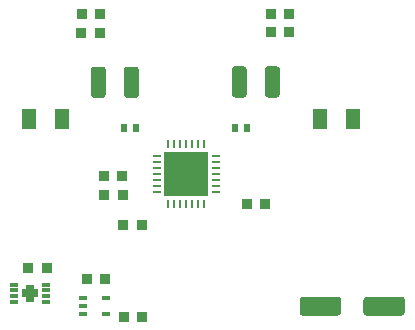
<source format=gtp>
G04 #@! TF.GenerationSoftware,KiCad,Pcbnew,(5.99.0-1251-g6aaee01f1)*
G04 #@! TF.CreationDate,2020-04-14T14:04:16-07:00*
G04 #@! TF.ProjectId,TMC2209_Driver,544d4332-3230-4395-9f44-72697665722e,rev?*
G04 #@! TF.SameCoordinates,PX67f3540PY6cb8080*
G04 #@! TF.FileFunction,Paste,Top*
G04 #@! TF.FilePolarity,Positive*
%FSLAX46Y46*%
G04 Gerber Fmt 4.6, Leading zero omitted, Abs format (unit mm)*
G04 Created by KiCad (PCBNEW (5.99.0-1251-g6aaee01f1)) date 2020-04-14 14:04:16*
%MOMM*%
%LPD*%
G01*
G04 APERTURE LIST*
%ADD10R,3.700000X3.700000*%
%ADD11R,0.250000X0.800000*%
%ADD12R,0.800000X0.250000*%
%ADD13R,0.680000X0.300000*%
%ADD14R,1.400000X0.700000*%
%ADD15R,0.700000X0.500000*%
%ADD16R,0.700000X0.650000*%
%ADD17R,0.875000X0.950000*%
%ADD18R,0.650000X0.400000*%
%ADD19R,1.250000X1.750000*%
%ADD20R,0.590000X0.640000*%
G04 APERTURE END LIST*
G36*
G01*
X32700000Y11200000D02*
X32700000Y12300000D01*
G75*
G02*
X32950000Y12550000I250000J0D01*
G01*
X35950000Y12550000D01*
G75*
G02*
X36200000Y12300000I0J-250000D01*
G01*
X36200000Y11200000D01*
G75*
G02*
X35950000Y10950000I-250000J0D01*
G01*
X32950000Y10950000D01*
G75*
G02*
X32700000Y11200000I0J250000D01*
G01*
G37*
G36*
G01*
X27300000Y11200000D02*
X27300000Y12300000D01*
G75*
G02*
X27550000Y12550000I250000J0D01*
G01*
X30550000Y12550000D01*
G75*
G02*
X30800000Y12300000I0J-250000D01*
G01*
X30800000Y11200000D01*
G75*
G02*
X30550000Y10950000I-250000J0D01*
G01*
X27550000Y10950000D01*
G75*
G02*
X27300000Y11200000I0J250000D01*
G01*
G37*
D10*
X17682500Y22941000D03*
D11*
X16182500Y25441000D03*
X16682499Y25441000D03*
X17182501Y25441000D03*
X17682500Y25441000D03*
X18182499Y25441000D03*
X18682501Y25441000D03*
X19182500Y25441000D03*
D12*
X20182500Y24441000D03*
X20182500Y23941001D03*
X20182500Y23440999D03*
X20182500Y22941000D03*
X20182500Y22441001D03*
X20182500Y21940999D03*
X20182500Y21441000D03*
D11*
X19182500Y20441000D03*
X18682501Y20441000D03*
X18182499Y20441000D03*
X17682500Y20441000D03*
X17182501Y20441000D03*
X16682499Y20441000D03*
X16182500Y20441000D03*
D12*
X15182500Y21441000D03*
X15182500Y21940999D03*
X15182500Y22441001D03*
X15182500Y22941000D03*
X15182500Y23440999D03*
X15182500Y23941001D03*
X15182500Y24441000D03*
D13*
X3101800Y13581800D03*
X3101800Y13081800D03*
X3101800Y12581800D03*
X3101800Y12081800D03*
X5821800Y13581800D03*
X5821800Y13081800D03*
X5821800Y12581800D03*
X5821800Y12081800D03*
D14*
X4461800Y12831800D03*
D15*
X4461800Y13331800D03*
D16*
X4461800Y12431800D03*
D17*
X5909700Y14965400D03*
X4334700Y14965400D03*
X10850000Y14051000D03*
X9275000Y14051000D03*
D18*
X10885500Y12415000D03*
X10885500Y11115000D03*
X8985500Y11765000D03*
X8985500Y11115000D03*
X8985500Y12415000D03*
G36*
G01*
X12425000Y29638400D02*
X12425000Y31788400D01*
G75*
G02*
X12675000Y32038400I250000J0D01*
G01*
X13425000Y32038400D01*
G75*
G02*
X13675000Y31788400I0J-250000D01*
G01*
X13675000Y29638400D01*
G75*
G02*
X13425000Y29388400I-250000J0D01*
G01*
X12675000Y29388400D01*
G75*
G02*
X12425000Y29638400I0J250000D01*
G01*
G37*
G36*
G01*
X9625000Y29638400D02*
X9625000Y31788400D01*
G75*
G02*
X9875000Y32038400I250000J0D01*
G01*
X10625000Y32038400D01*
G75*
G02*
X10875000Y31788400I0J-250000D01*
G01*
X10875000Y29638400D01*
G75*
G02*
X10625000Y29388400I-250000J0D01*
G01*
X9875000Y29388400D01*
G75*
G02*
X9625000Y29638400I0J250000D01*
G01*
G37*
G36*
G01*
X22816000Y31813800D02*
X22816000Y29663800D01*
G75*
G02*
X22566000Y29413800I-250000J0D01*
G01*
X21816000Y29413800D01*
G75*
G02*
X21566000Y29663800I0J250000D01*
G01*
X21566000Y31813800D01*
G75*
G02*
X21816000Y32063800I250000J0D01*
G01*
X22566000Y32063800D01*
G75*
G02*
X22816000Y31813800I0J-250000D01*
G01*
G37*
G36*
G01*
X25616000Y31813800D02*
X25616000Y29663800D01*
G75*
G02*
X25366000Y29413800I-250000J0D01*
G01*
X24616000Y29413800D01*
G75*
G02*
X24366000Y29663800I0J250000D01*
G01*
X24366000Y31813800D01*
G75*
G02*
X24616000Y32063800I250000J0D01*
G01*
X25366000Y32063800D01*
G75*
G02*
X25616000Y31813800I0J-250000D01*
G01*
G37*
D17*
X8805000Y34879000D03*
X10380000Y34879000D03*
X8830500Y36530000D03*
X10405500Y36530000D03*
X26407500Y35006000D03*
X24832500Y35006000D03*
X26407500Y36530000D03*
X24832500Y36530000D03*
X12412000Y10876000D03*
X13987000Y10876000D03*
D19*
X29046000Y27640000D03*
X31846000Y27640000D03*
X7208000Y27640000D03*
X4408000Y27640000D03*
D20*
X13428000Y26878000D03*
X12458000Y26878000D03*
X21856000Y26878000D03*
X22826000Y26878000D03*
D17*
X10735500Y21163000D03*
X12310500Y21163000D03*
X10710000Y22814000D03*
X12285000Y22814000D03*
X12361000Y18623000D03*
X13936000Y18623000D03*
X22800500Y20401000D03*
X24375500Y20401000D03*
M02*

</source>
